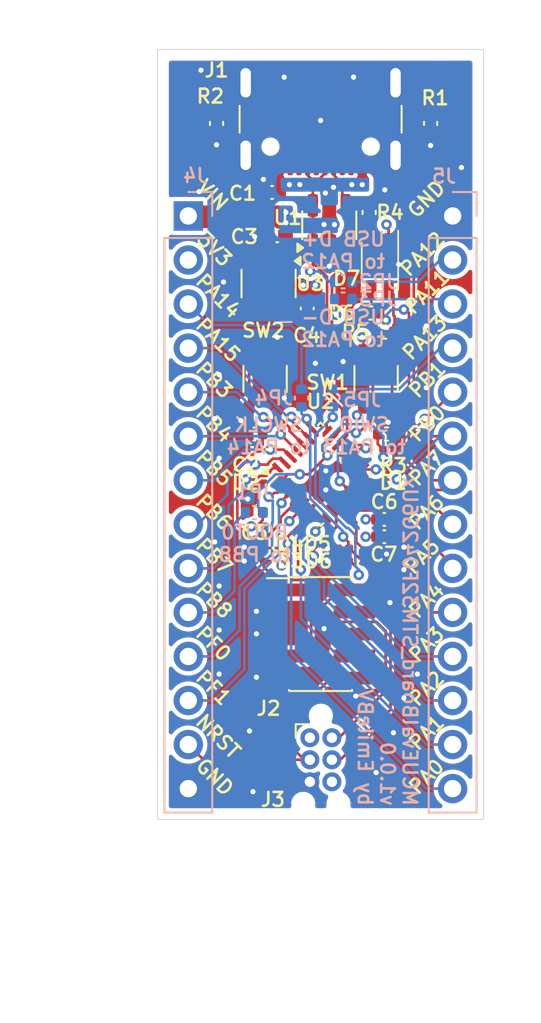
<source format=kicad_pcb>
(kicad_pcb (version 20241229) (generator "pcbnew") (generator_version "9.0")
  (layers (0 "F.Cu" signal) (4 "In1.Cu" signal) (6 "In2.Cu" signal) (2 "B.Cu" signal) (13 "F.Paste" user) (15 "B.Paste" user) (5 "F.SilkS" user "F.Silkscreen") (7 "B.SilkS" user "B.Silkscreen") (1 "F.Mask" user) (3 "B.Mask" user) (25 "Edge.Cuts" user))
  (net 0 "")
  (net 3 "Net-(J1-CC1)")
  (net 4 "Net-(J1-CC2)")
  (net 5 "/mcu/NRST")
  (net 6 "/mcu/BOOT0")
  (net 12 "/mcu/SWCLK")
  (net 13 "/mcu/SWDIO")
  (net 14 "Net-(D7-RK)")
  (net 15 "Net-(D7-BK)")
  (net 16 "Net-(D7-GK)")
  (net 17 "/mcu/PB0")
  (net 18 "/mcu/PA6")
  (net 19 "/mcu/PA7")
  (net 20 "VIN")
  (net 21 "GND")
  (net 22 "+3V3")
  (net 23 "/mcu/USB_DM")
  (net 24 "/mcu/USB_DP")
  (net 25 "/mcu/PB5")
  (net 26 "/mcu/PA14")
  (net 27 "/mcu/PB7")
  (net 28 "/mcu/PB6")
  (net 29 "/mcu/PF0")
  (net 30 "/mcu/PF1")
  (net 31 "/mcu/PB4")
  (net 32 "/mcu/PB3")
  (net 33 "/mcu/PA15")
  (net 34 "/mcu/PB8")
  (net 35 "/mcu/PB1")
  (net 36 "/mcu/PA4")
  (net 37 "/mcu/PA13")
  (net 38 "/mcu/PA3")
  (net 39 "/mcu/PA5")
  (net 40 "/mcu/PA0")
  (net 41 "/mcu/PA2")
  (net 42 "/mcu/PA1")
  (net 43 "/mcu/PA12")
  (net 44 "/mcu/PA11")
  (footprint "footprints:R_0402_1005Metric" (layer "F.Cu") (at 161.31 100.695)
    (property "Reference" "R5")
    (property "Value" "10")
  )
  (footprint "footprints:C_0402_1005Metric" (layer "F.Cu") (at 154.81 92.645 180)
    (property "Reference" "C1")
    (property "Value" "100pF")
  )
  (footprint "footprints:C_0402_1005Metric" (layer "F.Cu") (at 153.792 106.572 180)
    (property "Reference" "C2")
    (property "Value" "100nF")
  )
  (footprint "footprints:R_0402_1005Metric" (layer "F.Cu") (at 163.952 88.665 -90)
    (property "Reference" "R1")
    (property "Value" "5K1")
  )
  (footprint "Package_DFN_QFN:QFN-28_4x4mm_P0.5mm" (layer "F.Cu") (at 157.61 108.895 45)
    (property "Reference" "U2")
    (property "Value" "STM32F042G6Ux")
  )
  (footprint "footprints:R_0402_1005Metric" (layer "F.Cu") (at 160.41 93.795 -90)
    (property "Reference" "R4")
    (property "Value" "130")
  )
  (footprint "Diode_SMD:D_0201_0603Metric" (layer "F.Cu") (at 154.015 113.145 180)
    (property "Reference" "D4")
    (property "Value" "ESDALC6V1-1U2")
  )
  (footprint "footprints:R_0402_1005Metric" (layer "F.Cu") (at 161.412 106.572 180)
    (property "Reference" "R3")
    (property "Value" "5K1")
  )
  (footprint "Fiducial:Fiducial_0.5mm_Mask1mm" (layer "F.Cu") (at 164.46 85.49)
    (property "Reference" "FID2" (hide yes))
    (property "Value" "Fiducial")
  )
  (footprint "footprints:C_0402_1005Metric" (layer "F.Cu") (at 155.11 95.145 180)
    (property "Reference" "C3")
    (property "Value" "1uF")
  )
  (footprint "Package_TO_SOT_SMD:TSOT-23-5" (layer "F.Cu") (at 154.61 97.895 -90)
    (property "Reference" "U3")
    (property "Value" "DS8562-33S5")
  )
  (footprint "Diode_SMD:D_0201_0603Metric" (layer "F.Cu") (at 161.539 107.461)
    (property "Reference" "D1")
    (property "Value" "ESDALC6V1-1U2")
  )
  (footprint "Inductor_SMD:L_CommonMode_Wurth_WE-CNSW-1206" (layer "F.Cu") (at 161.031 96.895 -90)
    (property "Reference" "D7")
    (property "Value" "TJ-S3216SW7TCGLCCYRGB-A5")
  )
  (footprint "Diode_SMD:D_0201_0603Metric" (layer "F.Cu") (at 154.015 113.895 180)
    (property "Reference" "D3")
    (property "Value" "ESDALC6V1-1U2")
  )
  (footprint "footprints:C_0402_1005Metric" (layer "F.Cu") (at 161.285 112.495)
    (property "Reference" "C7")
    (property "Value" "100nF")
  )
  (footprint "footprints:Tag-Connect_TC2030-IDC-NL_2x03_P1.27mm_Vertical_TH" (layer "F.Cu") (at 157.626 125.355 -90)
    (property "Reference" "J3")
    (property "Value" "Conn_ARM_SWD_TagConnect_TC2030-NL")
  )
  (footprint "Package_TO_SOT_SMD:SOT-23-6" (layer "F.Cu") (at 158.11 94.5325 90)
    (property "Reference" "U1")
    (property "Value" "USBLC6-2SC6")
  )
  (footprint "footprints:USB_C_Receptacle_GCT_USB4105-xx-A_16P_TopMnt_Horizontal" (layer "F.Cu") (at 157.61 87.395 180)
    (property "Reference" "J1")
    (property "Value" "USB-TYPE-C-018")
  )
  (footprint "footprints:C_0402_1005Metric" (layer "F.Cu") (at 161.285 111.495)
    (property "Reference" "C6")
    (property "Value" "4.7uF")
  )
  (footprint "Diode_SMD:D_0201_0603Metric" (layer "F.Cu") (at 153.665 107.461 180)
    (property "Reference" "D2")
    (property "Value" "ESDALC6V1-1U2")
  )
  (footprint "footprints:C_0402_1005Metric" (layer "F.Cu") (at 153.792 111.095 180)
    (property "Reference" "C5")
    (property "Value" "100nF")
  )
  (footprint "Fiducial:Fiducial_0.5mm_Mask1mm" (layer "F.Cu") (at 150.91 90.595)
    (property "Reference" "FID3" (hide yes))
    (property "Value" "Fiducial")
  )
  (footprint "footprints:GT-TS171E-H014-L1" (layer "F.Cu") (at 160.81 103.395 90)
    (property "Reference" "SW1")
    (property "Value" "GT-TS171E-H014-L1")
  )
  (footprint "footprints:R_0402_1005Metric" (layer "F.Cu") (at 160.51 99.595 180)
    (property "Reference" "R6")
    (property "Value" "10")
  )
  (footprint "footprints:R_0402_1005Metric" (layer "F.Cu") (at 151.61 88.665 -90)
    (property "Reference" "R2")
    (property "Value" "5K1")
  )
  (footprint "Fiducial:Fiducial_0.5mm_Mask1mm" (layer "F.Cu") (at 161.031 127.908)
    (property "Reference" "FID1" (hide yes))
    (property "Value" "Fiducial")
  )
  (footprint "footprints:C_0402_1005Metric" (layer "F.Cu") (at 156.84 99.333 -90)
    (property "Reference" "C4")
    (property "Value" "1uF")
  )
  (footprint "Diode_SMD:D_0201_0603Metric" (layer "F.Cu") (at 158.93 113.895 180)
    (property "Reference" "D6")
    (property "Value" "ESDALC6V1-1U2")
  )
  (footprint "Diode_SMD:D_0201_0603Metric" (layer "F.Cu") (at 158.93 113.145 180)
    (property "Reference" "D5")
    (property "Value" "ESDALC6V1-1U2")
  )
  (footprint "Connector_PinHeader_1.27mm:PinHeader_2x05_P1.27mm_Vertical_SMD" (layer "F.Cu") (at 157.61 118.105)
    (property "Reference" "J2")
    (property "Value" "FTSH-105-01-L-DV-K-TR")
  )
  (footprint "footprints:GT-TS171E-H014-L1" (layer "F.Cu") (at 154.41 103.395 -90)
    (property "Reference" "SW2")
    (property "Value" "GT-TS171E-H014-L1")
  )
  (footprint "footprints:R_0402_1005Metric" (layer "B.Cu") (at 158.91 98.795)
    (property "Reference" "JP3")
    (property "Value" "SolderJumper_2_Open")
  )
  (footprint "footprints:R_0402_1005Metric" (layer "B.Cu") (at 158.31 104.495 90)
    (property "Reference" "JP5")
    (property "Value" "SolderJumper_2_Open")
  )
  (footprint "footprints:R_0402_1005Metric" (layer "B.Cu") (at 158.91 97.795)
    (property "Reference" "JP2")
    (property "Value" "SolderJumper_2_Open")
  )
  (footprint "footprints:R_0402_1005Metric" (layer "B.Cu") (at 153.792 111.095 180)
    (property "Reference" "JP1")
    (property "Value" "SolderJumper_2_Open")
  )
  (footprint "footprints:R_0402_1005Metric" (layer "B.Cu") (at 156.51 104.495 90)
    (property "Reference" "JP4")
    (property "Value" "SolderJumper_2_Open")
  )
  (footprint "Connector_PinHeader_2.54mm:PinHeader_1x14_P2.54mm_Vertical" (layer "B.Cu") (at 165.222 93.999 180)
    (property "Reference" "J5")
    (property "Value" "2541WV-14P")
  )
  (footprint "Connector_PinHeader_2.54mm:PinHeader_1x14_P2.54mm_Vertical" (layer "B.Cu") (at 149.982 93.999 180)
    (property "Reference" "J4")
    (property "Value" "2541WV-14P")
  )
  (gr_rect (start 148.21 84.395) (end 167.01 128.795) (stroke (width 0.05)) (fill no) (layer "Edge.Cuts"))
  (gr_text "PA11" (at 162.936 99.841 45) (layer "F.SilkS") (effects (font (size 0.8 0.8) (thickness 0.15) (bold yes)) (justify left bottom)))
  (gr_text "VIN" (at 150.31 92.395 315) (layer "F.SilkS") (effects (font (size 0.8 0.8) (thickness 0.15) (bold yes)) (justify left bottom)))
  (gr_text "PB6" (at 150.236 110.509 315) (layer "F.SilkS") (effects (font (size 0.8 0.8) (thickness 0.15) (bold yes)) (justify left bottom)))
  (gr_text "PA2" (at 163.19 122.447 45) (layer "F.SilkS") (effects (font (size 0.8 0.8) (thickness 0.15) (bold yes)) (justify left bottom)))
  (gr_text "PA0" (at 163.19 127.527 45) (layer "F.SilkS") (effects (font (size 0.8 0.8) (thickness 0.15) (bold yes)) (justify left bottom)))
  (gr_text "GND" (at 163.11 94.295 45) (layer "F.SilkS") (effects (font (size 0.8 0.8) (thickness 0.15) (bold yes)) (justify left bottom)))
  (gr_text "PB4" (at 150.236 105.429 315) (layer "F.SilkS") (effects (font (size 0.8 0.8) (thickness 0.15) (bold yes)) (justify left bottom)))
  (gr_text "PA7" (at 163.19 109.747 45) (layer "F.SilkS") (effects (font (size 0.8 0.8) (thickness 0.15) (bold yes)) (justify left bottom)))
  (gr_text "PB8" (at 150.236 115.589 315) (layer "F.SilkS") (effects (font (size 0.8 0.8) (thickness 0.15) (bold yes)) (justify left bottom)))
  (gr_text "PB5" (at 150.236 107.969 315) (layer "F.SilkS") (effects (font (size 0.8 0.8) (thickness 0.15) (bold yes)) (justify left bottom)))
  (gr_text "PA15" (at 150.236 100.349 315) (layer "F.SilkS") (effects (font (size 0.8 0.8) (thickness 0.15) (bold yes)) (justify left bottom)))
  (gr_text "GND" (at 150.236 125.749 315) (layer "F.SilkS") (effects (font (size 0.8 0.8) (thickness 0.15) (bold yes)) (justify left bottom)))
  (gr_text "PA1" (at 163.19 124.987 45) (layer "F.SilkS") (effects (font (size 0.8 0.8) (thickness 0.15) (bold yes)) (justify left bottom)))
  (gr_text "PA5" (at 162.936 114.827 45) (layer "F.SilkS") (effects (font (size 0.8 0.8) (thickness 0.15) (bold yes)) (justify left bottom)))
  (gr_text "PA4" (at 163.19 117.367 45) (layer "F.SilkS") (effects (font (size 0.8 0.8) (thickness 0.15) (bold yes)) (justify left bottom)))
  (gr_text "PB0" (at 163.19 107.207 45) (layer "F.SilkS") (effects (font (size 0.8 0.8) (thickness 0.15) (bold yes)) (justify left bottom)))
  (gr_text "PB3" (at 150.236 102.889 315) (layer "F.SilkS") (effects (font (size 0.8 0.8) (thickness 0.15) (bold yes)) (justify left bottom)))
  (gr_text "PA6" (at 163.19 112.287 45) (layer "F.SilkS") (effects (font (size 0.8 0.8) (thickness 0.15) (bold yes)) (justify left bottom)))
  (gr_text "PF0" (at 150.236 118.129 315) (layer "F.SilkS") (effects (font (size 0.8 0.8) (thickness 0.15) (bold yes)) (justify left bottom)))
  (gr_text "PA13" (at 162.811041 102.483495 45) (layer "F.SilkS") (effects (font (size 0.8 0.8) (thickness 0.15) (bold yes)) (justify left bottom)))
  (gr_text "NRST" (at 150.236 123.209 315) (layer "F.SilkS") (effects (font (size 0.8 0.8) (thickness 0.15) (bold yes)) (justify left bottom)))
  (gr_text "PB7" (at 150.236 113.049 315) (layer "F.SilkS") (effects (font (size 0.8 0.8) (thickness 0.15) (bold yes)) (justify left bottom)))
  (gr_text "PA12" (at 162.682 97.662511 45) (layer "F.SilkS") (effects (font (size 0.8 0.8) (thickness 0.15) (bold yes)) (justify left bottom)))
  (gr_text "PB1" (at 163.19 104.667 45) (layer "F.SilkS") (effects (font (size 0.8 0.8) (thickness 0.15) (bold yes)) (justify left bottom)))
  (gr_text "PF1" (at 150.236 120.669 315) (layer "F.SilkS") (effects (font (size 0.8 0.8) (thickness 0.15) (bold yes)) (justify left bottom)))
  (gr_text "PA14" (at 150.236 97.809 315) (layer "F.SilkS") (effects (font (size 0.8 0.8) (thickness 0.15) (bold yes)) (justify left bottom)))
  (gr_text "PA3" (at 163.19 119.907 45) (layer "F.SilkS") (effects (font (size 0.8 0.8) (thickness 0.15) (bold yes)) (justify left bottom)))
  (gr_text "3V3" (at 150.31 95.395 315) (layer "F.SilkS") (effects (font (size 0.8 0.8) (thickness 0.15) (bold yes)) (justify left bottom)))
  (gr_text "SWCLK\nto PA14" (at 154.61 107.795 0) (layer "B.SilkS") (effects (font (size 0.8 0.8) (thickness 0.15) (bold yes)) (justify bottom mirror)))
  (gr_text "USB D+\nto PA12" (at 158.91 97.095 0) (layer "B.SilkS") (effects (font (size 0.8 0.8) (thickness 0.15) (bold yes)) (justify bottom mirror)))
  (gr_text "SWIO\nto PA13" (at 160.11 107.795 0) (layer "B.SilkS") (effects (font (size 0.8 0.8) (thickness 0.15) (bold yes)) (justify bottom mirror)))
  (gr_text "BOOT0\nto PB8" (at 153.81 113.995 0) (layer "B.SilkS") (effects (font (size 0.8 0.8) (thickness 0.15) (bold yes)) (justify bottom mirror)))
  (gr_text "USB D-\nto PA12" (at 158.91 101.595 0) (layer "B.SilkS") (effects (font (size 0.8 0.8) (thickness 0.15) (bold yes)) (justify bottom mirror)))
  (gr_text "MCUEvalBoard_STM32F042G6Ux\nv1.0.0\nby EmileBV" (at 159.71 128.095 270) (layer "B.SilkS") (effects (font (size 0.8 0.8) (thickness 0.15) (bold yes)) (justify left bottom mirror)))
  (segment (start 158.86 91.075) (end 158.86 89.645) (width 0.1524) (layer "F.Cu") (net 3))
  (segment (start 160.35 88.155) (end 163.952 88.155) (width 0.1524) (layer "F.Cu") (net 3))
  (segment (start 158.86 89.645) (end 160.35 88.155) (width 0.1524) (layer "F.Cu") (net 3))
  (segment (start 154.37 88.155) (end 151.61 88.155) (width 0.1524) (layer "F.Cu") (net 4))
  (segment (start 155.86 91.075) (end 155.86 89.645) (width 0.1524) (layer "F.Cu") (net 4))
  (segment (start 155.86 89.645) (end 154.37 88.155) (width 0.1524) (layer "F.Cu") (net 4))
  (segment (start 156.991 125.355) (end 150.858 125.355) (width 0.1524) (layer "F.Cu") (net 5))
  (segment (start 153.735682 112.7408) (end 154.130799 112.7408) (width 0.1524) (layer "F.Cu") (net 5))
  (segment (start 153.985 107.482562) (end 152.809 108.658562) (width 0.1524) (layer "F.Cu") (net 5))
  (segment (start 155.91 113.895) (end 155.16 113.145) (width 0.1524) (layer "F.Cu") (net 5))
  (segment (start 155.91 110.774882) (end 155.91 110.595) (width 0.1524) (layer "F.Cu") (net 5))
  (segment (start 154.130799 112.7408) (end 154.335 112.945001) (width 0.1524) (layer "F.Cu") (net 5))
  (segment (start 154.335 112.67) (end 155.3008 111.7042) (width 0.1524) (layer "F.Cu") (net 5))
  (segment (start 155.91 114.895) (end 155.91 113.895) (width 0.1524) (layer "F.Cu") (net 5))
  (segment (start 155.3008 111.384082) (end 155.91 110.774882) (width 0.1524) (layer "F.Cu") (net 5))
  (segment (start 154.272 107.174) (end 153.985 107.461) (width 0.1524) (layer "F.Cu") (net 5))
  (segment (start 155.16 113.145) (end 154.335 113.145) (width 0.1524) (layer "F.Cu") (net 5))
  (segment (start 153.489062 101.795) (end 153.489062 105.03125) (width 0.1524) (layer "F.Cu") (net 5))
  (segment (start 156.0058 114.9908) (end 155.91 114.895) (width 0.1524) (layer "F.Cu") (net 5))
  (segment (start 155.91 110.595) (end 156.239981 110.265019) (width 0.1524) (layer "F.Cu") (net 5))
  (segment (start 153.985 107.461) (end 153.985 107.482562) (width 0.1524) (layer "F.Cu") (net 5))
  (segment (start 159.56 120.645) (end 158.8516 120.645) (width 0.1524) (layer "F.Cu") (net 5))
  (segment (start 153.61 105.152188) (end 153.61 105.91) (width 0.1524) (layer "F.Cu") (net 5))
  (segment (start 158.2076 120.645) (end 159.56 120.645) (width 0.1524) (layer "F.Cu") (net 5))
  (segment (start 150.858 125.355) (end 149.982 124.479) (width 0.1524) (layer "F.Cu") (net 5))
  (segment (start 153.489062 105.03125) (end 153.61 105.152188) (width 0.1524) (layer "F.Cu") (net 5))
  (segment (start 156.67 125.355) (end 156.11 124.795) (width 0.1524) (layer "F.Cu") (net 5))
  (segment (start 157.0642 114.9908) (end 156.0058 114.9908) (width 0.1524) (layer "F.Cu") (net 5))
  (segment (start 154.272 106.572) (end 154.272 107.174) (width 0.1524) (layer "F.Cu") (net 5))
  (segment (start 152.809 111.814118) (end 153.735682 112.7408) (width 0.1524) (layer "F.Cu") (net 5))
  (segment (start 157.0642 118.8576) (end 157.0642 114.9908) (width 0.1524) (layer "F.Cu") (net 5))
  (segment (start 154.335 113.145) (end 154.335 112.67) (width 0.1524) (layer "F.Cu") (net 5))
  (segment (start 154.335 112.945001) (end 154.335 113.145) (width 0.1524) (layer "F.Cu") (net 5))
  (segment (start 158.8516 120.645) (end 157.0642 118.8576) (width 0.1524) (layer "F.Cu") (net 5))
  (segment (start 156.991 125.355) (end 156.67 125.355) (width 0.1524) (layer "F.Cu") (net 5))
  (segment (start 156.11 122.7426) (end 158.2076 120.645) (width 0.1524) (layer "F.Cu") (net 5))
  (segment (start 153.61 105.91) (end 154.272 106.572) (width 0.1524) (layer "F.Cu") (net 5))
  (segment (start 152.809 108.658562) (end 152.809 111.814118) (width 0.1524) (layer "F.Cu") (net 5))
  (segment (start 156.11 124.795) (end 156.11 122.7426) (width 0.1524) (layer "F.Cu") (net 5))
  (segment (start 155.3008 111.7042) (end 155.3008 111.384082) (width 0.1524) (layer "F.Cu") (net 5))
  (segment (start 161.41 104.995) (end 160.902 105.503) (width 0.1524) (layer "F.Cu") (net 6))
  (segment (start 161.224646 107.466646) (end 161.219 107.461) (width 0.1524) (layer "F.Cu") (net 6))
  (segment (start 161.730938 104.995) (end 161.41 104.995) (width 0.1524) (layer "F.Cu") (net 6))
  (segment (start 161.730938 101.75875) (end 161.730938 104.995) (width 0.1524) (layer "F.Cu") (net 6))
  (segment (start 157.998423 107.808964) (end 157.784459 107.595) (width 0.1524) (layer "F.Cu") (net 6))
  (segment (start 155.136894 109.246786) (end 155.378443 109.246786) (width 0.1524) (layer "F.Cu") (net 6))
  (segment (start 160.902 106.572) (end 160.902 107.144) (width 0.1524) (layer "F.Cu") (net 6))
  (segment (start 157.998423 107.808964) (end 156.912387 108.895) (width 0.1524) (layer "F.Cu") (net 6))
  (segment (start 160.902 107.144) (end 161.219 107.461) (width 0.1524) (layer "F.Cu") (net 6))
  (segment (start 155.378443 109.246786) (end 155.730229 108.895) (width 0.1524) (layer "F.Cu") (net 6))
  (segment (start 160.902 105.503) (end 160.902 106.572) (width 0.1524) (layer "F.Cu") (net 6))
  (segment (start 156.912387 108.895) (end 156.41 108.895) (width 0.1524) (layer "F.Cu") (net 6))
  (segment (start 155.730229 108.895) (end 156.41 108.895) (width 0.1524) (layer "F.Cu") (net 6))
  (segment (start 161.224646 107.909642) (end 161.224646 107.466646) (width 0.1524) (layer "F.Cu") (net 6))
  (via (at 157.998423 107.808964) (size 0.61) (drill 0.3) (layers "F.Cu" "B.Cu") (net 6))
  (via (at 156.41 108.895) (size 0.61) (drill 0.3) (layers "F.Cu" "B.Cu") (net 6))
  (via (at 161.224646 107.909642) (size 0.61) (drill 0.3) (layers "F.Cu" "B.Cu") (net 6))
  (segment (start 161.224646 106.709646) (end 160.5192 106.0042) (width 0.1524) (layer "B.Cu") (net 6))
  (segment (start 157.71 107.207008) (end 157.71 107.520541) (width 0.1524) (layer "B.Cu") (net 6))
  (segment (start 155.01 108.895) (end 154.01 109.895) (width 0.1524) (layer "B.Cu") (net 6))
  (segment (start 157.71 107.520541) (end 157.998423 107.808964) (width 0.1524) (layer "B.Cu") (net 6))
  (segment (start 158.912808 106.0042) (end 157.71 107.207008) (width 0.1524) (layer "B.Cu") (net 6))
  (segment (start 161.224646 107.909642) (end 161.224646 106.709646) (width 0.1524) (layer "B.Cu") (net 6))
  (segment (start 154.01 109.895) (end 154.01 110.803) (width 0.1524) (layer "B.Cu") (net 6))
  (segment (start 154.01 110.803) (end 154.302 111.095) (width 0.1524) (layer "B.Cu") (net 6))
  (segment (start 160.5192 106.0042) (end 158.912808 106.0042) (width 0.1524) (layer "B.Cu") (net 6))
  (segment (start 156.41 108.895) (end 155.01 108.895) (width 0.1524) (layer "B.Cu") (net 6))
  (segment (start 160.9642 116.1392) (end 160.9642 114.8592) (width 0.1524) (layer "F.Cu") (net 12))
  (segment (start 156.81 105.695) (end 156.81 105.995) (width 0.1524) (layer "F.Cu") (net 12))
  (segment (start 156.81 105.995) (end 157.236894 106.421894) (width 0.1524) (layer "F.Cu") (net 12))
  (segment (start 161.6404 117.563) (end 160.9124 116.835) (width 0.1524) (layer "F.Cu") (net 12))
  (segment (start 158.91 112.495) (end 159.21 112.795) (width 0.1524) (layer "F.Cu") (net 12))
  (segment (start 161.6404 122.4646) (end 161.6404 117.563) (width 0.1524) (layer "F.Cu") (net 12))
  (segment (start 160.9124 116.835) (end 159.56 116.835) (width 0.1524) (layer "F.Cu") (net 12))
  (segment (start 159.56 116.835) (end 160.2684 116.835) (width 0.1524) (layer "F.Cu") (net 12))
  (segment (start 159.21 113.105) (end 159.25 113.145) (width 0.1524) (layer "F.Cu") (net 12))
  (segment (start 158.261 125.355) (end 158.75 125.355) (width 0.1524) (layer "F.Cu") (net 12))
  (segment (start 159.21 112.795) (end 159.21 113.105) (width 0.1524) (layer "F.Cu") (net 12))
  (segment (start 157.236894 106.421894) (end 157.258214 106.421894) (width 0.1524) (layer "F.Cu") (net 12))
  (segment (start 160.2684 116.835) (end 160.9642 116.1392) (width 0.1524) (layer "F.Cu") (net 12))
  (segment (start 160.9642 114.8592) (end 159.25 113.145) (width 0.1524) (layer "F.Cu") (net 12))
  (segment (start 158.75 125.355) (end 161.6404 122.4646) (width 0.1524) (layer "F.Cu") (net 12))
  (via (at 156.81 105.695) (size 0.61) (drill 0.3) (layers "F.Cu" "B.Cu") (net 12))
  (via (at 158.91 112.495) (size 0.61) (drill 0.3) (layers "F.Cu" "B.Cu") (net 12))
  (segment (start 156.81 105.695) (end 156.51 105.395) (width 0.1524) (layer "B.Cu") (net 12))
  (segment (start 158.91 112.195) (end 158.91 112.495) (width 0.1524) (layer "B.Cu") (net 12))
  (segment (start 156.81 105.695) (end 157.01 105.895) (width 0.1524) (layer "B.Cu") (net 12))
  (segment (start 156.51 105.395) (end 156.51 105.005) (width 0.1524) (layer "B.Cu") (net 12))
  (segment (start 157.01 105.895) (end 157.01 110.295) (width 0.1524) (layer "B.Cu") (net 12))
  (segment (start 157.01 110.295) (end 158.91 112.195) (width 0.1524) (layer "B.Cu") (net 12))
  (segment (start 159.21 115.215) (end 159.21 113.935) (width 0.1524) (layer "F.Cu") (net 13))
  (segment (start 159.81 114.395) (end 159.31 113.895) (width 0.1524) (layer "F.Cu") (net 13))
  (segment (start 157.961786 106.421894) (end 157.961786 105.943214) (width 0.1524) (layer "F.Cu") (net 13))
  (segment (start 158.261 124.085) (end 158.67 124.085) (width 0.1524) (layer "F.Cu") (net 13))
  (segment (start 159.31 113.895) (end 159.25 113.895) (width 0.1524) (layer "F.Cu") (net 13))
  (segment (start 160.8426 117.4092) (end 158.1558 117.4092) (width 0.1524) (layer "F.Cu") (net 13))
  (segment (start 158.67 124.085) (end 161.36 121.395) (width 0.1524) (layer "F.Cu") (net 13))
  (segment (start 159.81 114.695) (end 159.81 114.395) (width 0.1524) (layer "F.Cu") (net 13))
  (segment (start 159.56 115.565) (end 159.21 115.215) (width 0.1524) (layer "F.Cu") (net 13))
  (segment (start 158.1558 117.4092) (end 157.86 117.1134) (width 0.1524) (layer "F.Cu") (net 13))
  (segment (start 161.36 121.395) (end 161.36 117.9266) (width 0.1524) (layer "F.Cu") (net 13))
  (segment (start 161.36 117.9266) (end 160.8426 117.4092) (width 0.1524) (layer "F.Cu") (net 13))
  (segment (start 157.86 116.395) (end 158.69 115.565) (width 0.1524) (layer "F.Cu") (net 13))
  (segment (start 159.21 113.935) (end 159.25 113.895) (width 0.1524) (layer "F.Cu") (net 13))
  (segment (start 157.961786 105.943214) (end 158.31 105.595) (width 0.1524) (layer "F.Cu") (net 13))
  (segment (start 158.69 115.565) (end 159.56 115.565) (width 0.1524) (layer "F.Cu") (net 13))
  (segment (start 157.86 117.1134) (end 157.86 116.395) (width 0.1524) (layer "F.Cu") (net 13))
  (via (at 159.81 114.695) (size 0.61) (drill 0.3) (layers "F.Cu" "B.Cu") (net 13))
  (via (at 158.31 105.595) (size 0.61) (drill 0.3) (layers "F.Cu" "B.Cu") (net 13))
  (segment (start 159.61 112.395) (end 159.2008 111.9858) (width 0.1524) (layer "B.Cu") (net 13))
  (segment (start 157.31 106.595) (end 158.31 105.595) (width 0.1524) (layer "B.Cu") (net 13))
  (segment (start 159.1008 111.9858) (end 157.31 110.195) (width 0.1524) (layer "B.Cu") (net 13))
  (segment (start 157.31 110.195) (end 157.31 106.595) (width 0.1524) (layer "B.Cu") (net 13))
  (segment (start 158.31 105.595) (end 158.31 105.005) (width 0.1524) (layer "B.Cu") (net 13))
  (segment (start 159.81 114.395) (end 159.61 114.195) (width 0.1524) (layer "B.Cu") (net 13))
  (segment (start 159.81 114.695) (end 159.81 114.395) (width 0.1524) (layer "B.Cu") (net 13))
  (segment (start 159.61 114.195) (end 159.61 112.395) (width 0.1524) (layer "B.Cu") (net 13))
  (segment (start 159.2008 111.9858) (end 159.1008 111.9858) (width 0.1524) (layer "B.Cu") (net 13))
  (segment (start 160.531 94.426) (end 160.41 94.305) (width 0.1524) (layer "F.Cu") (net 14))
  (segment (start 160.531 95.545) (end 160.531 94.426) (width 0.1524) (layer "F.Cu") (net 14))
  (segment (start 160.531 98.245) (end 160.531 99.064) (width 0.1524) (layer "F.Cu") (net 15))
  (segment (start 160.531 99.064) (end 160 99.595) (width 0.1524) (layer "F.Cu") (net 15))
  (segment (start 161.81 100.288361) (end 161.81 100.685) (width 0.1524) (layer "F.Cu") (net 16))
  (segment (start 161.81 100.685) (end 161.82 100.695) (width 0.1524) (layer "F.Cu") (net 16))
  (segment (start 161.81 99.726673) (end 161.879926 99.796599) (width 0.1524) (layer "F.Cu") (net 16))
  (segment (start 161.81 98.524) (end 161.81 99.726673) (width 0.1524) (layer "F.Cu") (net 16))
  (segment (start 161.879926 99.796599) (end 161.879926 100.218435) (width 0.1524) (layer "F.Cu") (net 16))
  (segment (start 161.879926 100.218435) (end 161.81 100.288361) (width 0.1524) (layer "F.Cu") (net 16))
  (segment (start 161.531 98.245) (end 161.81 98.524) (width 0.1524) (layer "F.Cu") (net 16))
  (segment (start 162.005 109.19) (end 161.115 109.19) (width 0.1524) (layer "F.Cu") (net 17))
  (segment (start 160.41 93.285) (end 161.047993 93.285) (width 0.1524) (layer "F.Cu") (net 17))
  (segment (start 163.724 106.699) (end 165.222 106.699) (width 0.1524) (layer "F.Cu") (net 17))
  (segment (start 161.058214 109.246786) (end 160.083106 109.246786) (width 0.1524) (layer "F.Cu") (net 17))
  (segment (start 161.047993 93.285) (end 162.9828 95.219807) (width 0.1524) (layer "F.Cu") (net 17))
  (segment (start 161.115 109.19) (end 161.058214 109.246786) (width 0.1524) (layer "F.Cu") (net 17))
  (segment (start 162.9828 95.219807) (end 162.9828 105.9578) (width 0.1524) (layer "F.Cu") (net 17))
  (segment (start 162.9828 105.9578) (end 163.724 106.699) (width 0.1524) (layer "F.Cu") (net 17))
  (via (at 162.005 109.19) (size 0.61) (drill 0.3) (layers "F.Cu" "B.Cu") (net 17))
  (segment (start 164.496 106.699) (end 165.222 106.699) (width 0.1524) (layer "B.Cu") (net 17))
  (segment (start 162.005 109.19) (end 164.496 106.699) (width 0.1524) (layer "B.Cu") (net 17))
  (segment (start 159.7926 106.5124) (end 160.6216 105.6834) (width 0.1524) (layer "F.Cu") (net 18))
  (segment (start 159.333573 109.911466) (end 159.7518 110.329693) (width 0.1524) (layer "F.Cu") (net 18))
  (segment (start 159.6486 106.5124) (end 159.7926 106.5124) (width 0.1524) (layer "F.Cu") (net 18))
  (segment (start 158.713554 109.291446) (end 159.333573 109.911466) (width 0.1524) (layer "F.Cu") (net 18))
  (segment (start 160.6216 105.6834) (end 160.6216 100.8734) (width 0.1524) (layer "F.Cu") (net 18))
  (segment (start 163.772693 110.329693) (end 165.222 111.779) (width 0.1524) (layer "F.Cu") (net 18))
  (segment (start 160.6216 100.8734) (end 160.8 100.695) (width 0.1524) (layer "F.Cu") (net 18))
  (segment (start 159.7518 110.329693) (end 163.772693 110.329693) (width 0.1524) (layer "F.Cu") (net 18))
  (via (at 158.713554 109.291446) (size 0.61) (drill 0.3) (layers "F.Cu" "B.Cu") (net 18))
  (via (at 159.6486 106.5124) (size 0.61) (drill 0.3) (layers "F.Cu" "B.Cu") (net 18))
  (segment (start 158.61 109.187892) (end 158.713554 109.291446) (width 0.1524) (layer "B.Cu") (net 18))
  (segment (start 159.5578 106.5124) (end 159.4822 106.4368) (width 0.1524) (layer "B.Cu") (net 18))
  (segment (start 159.4822 106.4368) (end 159.1682 106.4368) (width 0.1524) (layer "B.Cu") (net 18))
  (segment (start 159.6486 106.5124) (end 159.5578 106.5124) (width 0.1524) (layer "B.Cu") (net 18))
  (segment (start 159.1682 106.4368) (end 158.61 106.995) (width 0.1524) (layer "B.Cu") (net 18))
  (segment (start 158.61 106.995) (end 158.61 109.187892) (width 0.1524) (layer "B.Cu") (net 18))
  (segment (start 161.11 99.595) (end 161.02 99.595) (width 0.1524) (layer "F.Cu") (net 19))
  (segment (start 165.222 109.239) (end 164.663714 109.797286) (width 0.1524) (layer "F.Cu") (net 19))
  (segment (start 163.724 109.239) (end 165.222 109.239) (width 0.1524) (layer "F.Cu") (net 19))
  (segment (start 162.51 99.395) (end 162.7024 99.5874) (width 0.1524) (layer "F.Cu") (net 19))
  (segment (start 161.370726 100.007517) (end 161.370726 99.855726) (width 0.1524) (layer "F.Cu") (net 19))
  (segment (start 162.7024 99.5874) (end 162.7024 108.2174) (width 0.1524) (layer "F.Cu") (net 19))
  (segment (start 164.663714 109.797286) (end 159.926499 109.797286) (width 0.1524) (layer "F.Cu") (net 19))
  (segment (start 162.41 99.395) (end 162.51 99.395) (width 0.1524) (layer "F.Cu") (net 19))
  (segment (start 161.370726 99.855726) (end 161.11 99.595) (width 0.1524) (layer "F.Cu") (net 19))
  (segment (start 162.7024 108.2174) (end 163.724 109.239) (width 0.1524) (layer "F.Cu") (net 19))
  (segment (start 159.926499 109.797286) (end 159.687126 109.557913) (width 0.1524) (layer "F.Cu") (net 19))
  (via (at 162.41 99.395) (size 0.61) (drill 0.3) (layers "F.Cu" "B.Cu") (net 19))
  (via (at 161.370726 100.007517) (size 0.61) (drill 0.3) (layers "F.Cu" "B.Cu") (net 19))
  (segment (start 161.41 99.695) (end 161.41 99.968243) (width 0.1524) (layer "B.Cu") (net 19))
  (segment (start 161.71 99.395) (end 161.41 99.695) (width 0.1524) (layer "B.Cu") (net 19))
  (segment (start 161.41 99.968243) (end 161.370726 100.007517) (width 0.1524) (layer "B.Cu") (net 19))
  (segment (start 162.41 99.395) (end 161.71 99.395) (width 0.1524) (layer "B.Cu") (net 19))
  (segment (start 155.56 96.095001) (end 155.259999 95.795) (width 0.1524) (layer "F.Cu") (net 20))
  (segment (start 153.960001 95.795) (end 153.66 96.095001) (width 0.1524) (layer "F.Cu") (net 20))
  (segment (start 155.56 96.7575) (end 155.56 96.095001) (width 0.1524) (layer "F.Cu") (net 20))
  (segment (start 153.66 96.095001) (end 153.66 96.7575) (width 0.1524) (layer "F.Cu") (net 20))
  (segment (start 155.259999 95.795) (end 153.960001 95.795) (width 0.1524) (layer "F.Cu") (net 20))
  (via (at 156.41 92.195) (size 0.61) (drill 0.3) (layers "F.Cu" "B.Cu") (net 20))
  (via (at 158.41 94.495) (size 0.61) (drill 0.3) (layers "F.Cu" "B.Cu") (net 20))
  (via (at 160.01 92.195) (size 0.61) (drill 0.3) (layers "F.Cu" "B.Cu") (net 20))
  (via (at 159.41 92.195) (size 0.61) (drill 0.3) (layers "F.Cu" "B.Cu") (net 20))
  (via (at 157.885059 92.678833) (size 0.61) (drill 0.3) (layers "F.Cu" "B.Cu") (net 20))
  (via (at 155.61 94.395) (size 0.61) (drill 0.3) (layers "F.Cu" "B.Cu") (net 20))
  (via (at 155.81 92.195) (size 0.61) (drill 0.3) (layers "F.Cu" "B.Cu") (net 20))
  (via (at 155.61 93.795) (size 0.61) (drill 0.3) (layers "F.Cu" "B.Cu") (net 20))
  (via (at 157.81 94.495) (size 0.61) (drill 0.3) (layers "F.Cu" "B.Cu") (net 20))
  (via (at 158.351801 92.344659) (size 0.61) (drill 0.3) (layers "F.Cu" "B.Cu") (net 20))
  (segment (start 159.224213 108.695) (end 159.687126 108.232087) (width 0.1524) (layer "F.Cu") (net 21))
  (segment (start 154.41 91.795) (end 154.41 91.0875) (width 0.1524) (layer "F.Cu") (net 21))
  (segment (start 153.92 118.105) (end 153.91 118.095) (width 0.1524) (layer "F.Cu") (net 21))
  (segment (start 153.95 116.835) (end 153.91 116.795) (width 0.1524) (layer "F.Cu") (net 21))
  (segment (start 154.33 91.915) (end 154.33 92.645) (width 0.1524) (layer "F.Cu") (net 21))
  (segment (start 161.859 107.461) (end 161.859 106.635) (width 0.1524) (layer "F.Cu") (net 21))
  (segment (start 153.406102 110.3176) (end 153.3914 110.3176) (width 0.1524) (layer "F.Cu") (net 21))
  (segment (start 157.91 108.695) (end 159.224213 108.695) (width 0.1524) (layer "F.Cu") (net 21))
  (segment (start 153.695 113.895) (end 153.21 113.895) (width 0.1524) (layer "F.Cu") (net 21))
  (segment (start 155.51 104.495) (end 155.51 104.662187) (width 0.1524) (layer "F.Cu") (net 21))
  (segment (start 155.66 118.105) (end 153.92 118.105) (width 0.1524) (layer "F.Cu") (net 21))
  (segment (start 158.11 95.67) (end 158.11 96.895) (width 0.1524) (layer "F.Cu") (net 21))
  (segment (start 153.312 106.572) (end 153.312 107.428) (width 0.1524) (layer "F.Cu") (net 21))
  (segment (start 153.312 106.097) (end 153.01 105.795) (width 0.1524) (layer "F.Cu") (net 21))
  (segment (start 155.145937 101.795) (end 155.145937 101.030937) (width 0.1524) (layer "F.Cu") (net 21))
  (segment (start 161.922 106.183) (end 161.922 106.572) (width 0.1524) (layer "F.Cu") (net 21))
  (segment (start 151.61 89.175) (end 151.61 89.895) (width 0.1524) (layer "F.Cu") (net 21))
  (segment (start 158.06 113.145) (end 158.61 113.145) (width 0.1524) (layer "F.Cu") (net 21))
  (segment (start 155.51 104.662187) (end 155.140937 105.03125) (width 0.1524) (layer "F.Cu") (net 21))
  (segment (start 161.859 106.635) (end 161.922 106.572) (width 0.1524) (layer "F.Cu") (net 21))
  (segment (start 163.952 89.175) (end 163.952 89.935) (width 0.1524) (layer "F.Cu") (net 21))
  (segment (start 153.26 113.145) (end 153.695 113.145) (width 0.1524) (layer "F.Cu") (net 21))
  (segment (start 153.312 107.428) (end 153.345 107.461) (width 0.1524) (layer "F.Cu") (net 21))
  (segment (start 161.634 105.895) (end 161.922 106.183) (width 0.1524) (layer "F.Cu") (net 21))
  (segment (start 158.61 113.895) (end 158.01 113.895) (width 0.1524) (layer "F.Cu") (net 21))
  (segment (start 153.21 113.095) (end 153.26 113.145) (width 0.1524) (layer "F.Cu") (net 21))
  (segment (start 161.51 105.895) (end 161.634 105.895) (width 0.1524) (layer "F.Cu") (net 21))
  (segment (start 158.01 113.195) (end 158.06 113.145) (width 0.1524) (layer "F.Cu") (net 21))
  (segment (start 154.31 91.895) (end 154.33 91.915) (width 0.1524) (layer "F.Cu") (net 21))
  (segment (start 153.86 95.145) (end 153.81 95.195) (width 0.1524) (layer "F.Cu") (net 21))
  (segment (start 154.61 95.165) (end 154.63 95.145) (width 0.1524) (layer "F.Cu") (net 21))
  (segment (start 153.3914 110.3176) (end 153.312 110.397) (width 0.1524) (layer "F.Cu") (net 21))
  (segment (start 155.145937 101.030937) (end 155.11 100.995) (width 0.1524) (layer "F.Cu") (net 21))
  (segment (start 153.96 120.645) (end 153.91 120.595) (width 0.1524) (layer "F.Cu") (net 21))
  (segment (start 154.63 95.145) (end 153.86 95.145) (width 0.1524) (layer "F.Cu") (net 21))
  (segment (start 154.31 91.895) (end 154.41 91.795) (width 0.1524) (layer "F.Cu") (net 21))
  (segment (start 153.312 110.397) (end 153.312 111.095) (width 0.1524) (layer "F.Cu") (net 21))
  (segment (start 155.66 120.645) (end 153.96 120.645) (width 0.1524) (layer "F.Cu") (net 21))
  (segment (start 155.66 116.835) (end 153.95 116.835) (width 0.1524) (layer "F.Cu") (net 21))
  (segment (start 153.312 106.572) (end 153.312 106.097) (width 0.1524) (layer "F.Cu") (net 21))
  (via (at 157.31 102.495) (size 0.61) (drill 0.3) (layers "F.Cu" "B.Cu") (net 21))
  (via (at 151.506 112.795) (size 0.61) (drill 0.3) (layers "F.Cu" "B.Cu") (net 21))
  (via (at 159.51 85.995) (size 0.61) (drill 0.3) (layers "F.Cu" "B.Cu") (net 21))
  (via (at 151.76 103.143) (size 0.61) (drill 0.3) (layers "F.Cu" "B.Cu") (net 21))
  (via (at 162.41 114.395) (size 0.61) (drill 0.3) (layers "F.Cu" "B.Cu") (net 21))
  (via (at 155.11 100.995) (size 0.61) (drill 0.3) (layers "F.Cu" "B.Cu") (net 21))
  (via (at 153.91 120.595) (size 0.61) (drill 0.3) (layers "F.Cu" "B.Cu") (net 21))
  (via (at 151.76 115.335) (size 0.61) (drill 0.3) (layers "F.Cu" "B.Cu") (net 21))
  (via (at 153.71 127.195) (size 0.61) (drill 0.3) (layers "F.Cu" "B.Cu") (net 21))
  (via (at 159.634 121.685) (size 0.61) (drill 0.3) (layers "F.Cu" "B.Cu") (net 21))
  (via (at 151.61 89.895) (size 0.61) (drill 0.3) (layers "F.Cu" "B.Cu") (net 21))
  (via (at 163.444 111.271) (size 0.61) (drill 0.3) (layers "F.Cu" "B.Cu") (net 21))
  (via (at 153.01 105.795) (size 0.61) (drill 0.3) (layers "F.Cu" "B.Cu") (net 21))
  (via (at 153.91 118.095) (size 0.61) (drill 0.3) (layers "F.Cu" "B.Cu") (net 21))
  (via (at 161.81 123.795) (size 0.61) (drill 0.3) (layers "F.Cu" "B.Cu") (net 21))
  (via (at 162.11 96.795) (size 0.61) (drill 0.3) (layers "F.Cu" "B.Cu") (net 21))
  (via (at 164.206 107.969) (size 0.61) (drill 0.3) (layers "F.Cu" "B.Cu") (net 21))
  (via (at 150.61 92.595) (size 0.61) (drill 0.3) (layers "F.Cu" "B.Cu") (net 21))
  (via (at 153.51 123.695) (size 0.61) (drill 0.3) (layers "F.Cu" "B.Cu") (net 21))
  (via (at 154.31 91.895) (size 0.61) (drill 0.3) (layers "F.Cu" "B.Cu") (net 21))
  (via (at 157.91 109.795) (size 0.61) (drill 0.3) (layers "F.Cu" "B.Cu") (net 21))
  (via (at 151.76 120.415) (size 0.61) (drill 0.3) (layers "F.Cu" "B.Cu") (net 21))
  (via (at 163.698 103.905) (size 0.61) (drill 0.3) (layers "F.Cu" "B.Cu") (net 21))
  (via (at 162.41 121.795) (size 0.61) (drill 0.3) (layers "F.Cu" "B.Cu") (net 21))
  (via (at 153.81 95.195) (size 0.61) (drill 0.3) (layers "F.Cu" "B.Cu") (net 21))
  (via (at 150.71 85.595) (size 0.61) (drill 0.3) (layers "F.Cu" "B.Cu") (net 21))
  (via (at 155.51 104.495) (size 0.61) (drill 0.3) (layers "F.Cu" "B.Cu") (net 21))
  (via (at 161.31 92.495) (size 0.61) (drill 0.3) (layers "F.Cu" "B.Cu") (net 21))
  (via (at 161.41 113.495) (size 0.61) (drill 0.3) (layers "F.Cu" "B.Cu") (net 21))
  (via (at 151.76 117.875) (size 0.61) (drill 0.3) (layers "F.Cu" "B.Cu") (net 21))
  (via (at 155.51 85.995) (size 0.61) (drill 0.3) (layers "F.Cu" "B.Cu") (net 21))
  (via (at 153.406102 110.3176) (size 0.61) (drill 0.3) (layers "F.Cu" "B.Cu") (net 21))
  (via (at 158.01 113.195) (size 0.61) (drill 0.3) (layers "F.Cu" "B.Cu") (net 21))
  (via (at 153.21 113.895) (size 0.61) (drill 0.3) (layers "F.Cu" "B.Cu") (net 21))
  (via (at 163.19 120.415) (size 0.61) (drill 0.3) (layers "F.Cu" "B.Cu") (net 21))
  (via (at 161.61 116.295) (size 0.61) (drill 0.3) (layers "F.Cu" "B.Cu") (net 21))
  (via (at 157.91 108.695) (size 0.61) (drill 0.3) (layers "F.Cu" "B.Cu") (net 21))
  (via (at 151.506 105.683) (size 0.61) (drill 0.3) (layers "F.Cu" "B.Cu") (net 21))
  (via (at 158.91 102.395) (size 0.61) (drill 0.3) (layers "F.Cu" "B.Cu") (net 21))
  (via (at 151.76 107.969) (size 0.61) (drill 0.3) (layers "F.Cu" "B.Cu") (net 21))
  (via (at 162.41 113.095) (size 0.61) (drill 0.3) (layers "F.Cu" "B.Cu") (net 21))
  (via (at 157.61 88.495) (size 0.61) (drill 0.3) (layers "F.Cu" "B.Cu") (net 21))
  (via (at 153.21 113.095) (size 0.61) (drill 0.3) (layers "F.Cu" "B.Cu") (net 21))
  (via (at 158.01 113.895) (size 0.61) (drill 0.3) (layers "F.Cu" "B.Cu") (net 21))
  (via (at 161.51 105.895) (size 0.61) (drill 0.3) (layers "F.Cu" "B.Cu") (net 21))
  (via (at 160.81 126.095) (size 0.61) (drill 0.3) (layers "F.Cu" "B.Cu") (net 21))
  (via (at 158.11 96.895) (size 0.61) (drill 0.3) (layers "F.Cu" "B.Cu") (net 21))
  (via (at 157.81 117.795) (size 0.61) (drill 0.3) (layers "F.Cu" "B.Cu") (net 21))
  (via (at 153.91 116.795) (size 0.61) (drill 0.3) (layers "F.Cu" "B.Cu") (net 21))
  (via (at 163.952 89.935) (size 0.61) (drill 0.3) (layers "F.Cu" "B.Cu") (net 21))
  (via (at 163.698 100.349) (size 0.61) (drill 0.3) (layers "F.Cu" "B.Cu") (net 21))
  (via (at 165.73 91.205) (size 0.61) (drill 0.3) (layers "F.Cu" "B.Cu") (net 21))
  (via (at 152.014 97.809) (size 0.61) (drill 0.3) (layers "F.Cu" "B.Cu") (net 21))
  (segment (start 159.71 105.495) (end 160.074063 105.130937) (width 0.1524) (layer "F.Cu") (net 22))
  (segment (start 153.61 111.895) (end 153.91 111.895) (width 0.1524) (layer "F.Cu") (net 22))
  (segment (start 159.300543 107.204457) (end 158.980019 107.524981) (width 0.1524) (layer "F.Cu") (net 22))
  (segment (start 159.333573 107.871427) (end 159.333573 107.878534) (width 0.1524) (layer "F.Cu") (net 22))
  (segment (start 154.272 111.533) (end 154.272 111.095) (width 0.1524) (layer "F.Cu") (net 22))
  (segment (start 155.66 115.565) (end 154.335 114.24) (width 0.1524) (layer "F.Cu") (net 22))
  (segment (start 158.980019 107.524981) (end 159.062019 107.524981) (width 0.1524) (layer "F.Cu") (net 22))
  (segment (start 160.21 107.395) (end 160.019457 107.204457) (width 0.1524) (layer "F.Cu") (net 22))
  (segment (start 155.81 111.595) (end 156.593534 110.811466) (width 0.1524) (layer "F.Cu") (net 22))
  (segment (start 159.729621 107.592209) (end 159.612791 107.592209) (width 0.1524) (layer "F.Cu") (net 22))
  (segment (start 161.41 94.495) (end 161.41 94.653) (width 0.1524) (layer "F.Cu") (net 22))
  (segment (start 156.593534 110.811466) (end 156.593534 110.618573) (width 0.1524) (layer "F.Cu") (net 22))
  (segment (start 160.079063 101.025937) (end 160.079063 101.75875) (width 0.1524) (layer "F.Cu") (net 22))
  (segment (start 160.805 112.495) (end 160.21 112.495) (width 0.1524) (layer "F.Cu") (net 22))
  (segment (start 160.048126 100.995) (end 160.079063 101.025937) (width 0.1524) (layer "F.Cu") (net 22))
  (segment (start 154.335 113.895) (end 155.11 113.895) (width 0.1524) (layer "F.Cu") (net 22))
  (segment (start 160.019457 107.204457) (end 159.300543 107.204457) (width 0.1524) (layer "F.Cu") (net 22))
  (segment (start 160.01 100.995) (end 160.048126 100.995) (width 0.1524) (layer "F.Cu") (net 22))
  (segment (start 155.11 113.895) (end 155.36 114.145) (width 0.1524) (layer "F.Cu") (net 22))
  (segment (start 156.6605 99.0325) (end 156.84 98.853) (width 0.1524) (layer "F.Cu") (net 22))
  (segment (start 159.612791 107.592209) (end 159.333573 107.871427) (width 0.1524) (layer "F.Cu") (net 22))
  (segment (start 159.92683 107.395) (end 159.729621 107.592209) (width 0.1524) (layer "F.Cu") (net 22))
  (segment (start 160.21 107.395) (end 159.92683 107.395) (width 0.1524) (layer "F.Cu") (net 22))
  (segment (start 153.91 111.895) (end 154.272 111.533) (width 0.1524) (layer "F.Cu") (net 22))
  (segment (start 154.335 114.24) (end 154.335 113.895) (width 0.1524) (layer "F.Cu") (net 22))
  (segment (start 160.805 111.495) (end 160.21 111.495) (width 0.1524) (layer "F.Cu") (net 22))
  (segment (start 160.074063 105.130937) (end 160.074063 104.995) (width 0.1524) (layer "F.Cu") (net 22))
  (segment (start 155.56 99.0325) (end 156.6605 99.0325) (width 0.1524) (layer "F.Cu") (net 22))
  (segment (start 161.41 94.653) (end 161.531 94.774) (width 0.1524) (layer "F.Cu") (net 22))
  (segment (start 161.531 94.774) (end 161.531 95.545) (width 0.1524) (layer "F.Cu") (net 22))
  (via (at 160.21 112.495) (size 0.61) (drill 0.3) (layers "F.Cu" "B.Cu") (net 22))
  (via (at 155.81 111.595) (size 0.61) (drill 0.3) (layers "F.Cu" "B.Cu") (net 22))
  (via (at 160.21 111.495) (size 0.61) (drill 0.3) (layers "F.Cu" "B.Cu") (net 22))
  (via (at 160.01 100.995) (size 0.61) (drill 0.3) (layers "F.Cu" "B.Cu") (net 22))
  (via (at 160.21 107.395) (size 0.61) (drill 0.3) (layers "F.Cu" "B.Cu") (net 22))
  (via (at 159.71 105.495) (size 0.61) (drill 0.3) (layers "F.Cu" "B.Cu") (net 22))
  (via (at 153.61 111.895) (size 0.61) (drill 0.3) (layers "F.Cu" "B.Cu") (net 22))
  (via (at 157.31 97.995) (size 0.61) (drill 0.3) (layers "F.Cu" "B.Cu") (net 22))
  (via (at 161.41 94.495) (size 0.61) (drill 0.3) (layers "F.Cu" "B.Cu") (net 22))
  (via (at 156.61 97.995) (size 0.61) (drill 0.3) (layers "F.Cu" "B.Cu") (net 22))
  (via (at 155.36 114.145) (size 0.61) (drill 0.3) (layers "F.Cu" "B.Cu") (net 22))
  (segment (start 158.2634 99.795) (end 158.31 99.8416) (width 0.1524) (layer "F.Cu") (net 23))
  (segment (start 158.052726 90.2958) (end 158.36 90.603074) (width 0.1524) (layer "F.Cu") (net 23))
  (segment (start 157.36 90.500001) (end 157.564201 90.2958) (width 0.1524) (layer "F.Cu") (net 23))
  (segment (start 158.861001 92.133741) (end 158.861001 93.196001) (width 0.1524) (layer "F.Cu") (net 23))
  (segment (start 159.06 96.732) (end 159.06 95.67) (width 0.1524) (layer "F.Cu") (net 23))
  (segment (start 159.06 93.395) (end 159.06 95.67) (width 0.1524) (layer "F.Cu") (net 23))
  (segment (start 158.626466 107.171427) (end 159.1404 106.657493) (width 0.1524) (layer "F.Cu") (net 23))
  (segment (start 158.86 93.195) (end 159.06 93.395) (width 0.1524) (layer "F.Cu") (net 23))
  (segment (start 158.36 90.603074) (end 158.36 91.075) (width 0.1524) (layer "F.Cu") (net 23))
  (segment (start 158.36 91.075) (end 158.36 91.63274) (width 0.1524) (layer "F.Cu") (net 23))
  (segment (start 159.1404 105.0254) (end 158.2634 104.1484) (width 0.1524) (layer "F.Cu") (net 23))
  (segment (start 158.2634 97.5286) (end 159.06 96.732) (width 0.1524) (layer "F.Cu") (net 23))
  (segment (start 158.31 99.8416) (end 158.3634 99.8416) (width 0.1524) (layer "F.Cu") (net 23))
  (segment (start 158.36 91.63274) (end 158.861001 92.133741) (width 0.1524) (layer "F.Cu") (net 23))
  (segment (start 158.2634 99.795) (end 158.2634 97.5286) (width 0.1524) (layer "F.Cu") (net 23))
  (segment (start 159.1404 106.657493) (end 159.1404 105.0254) (width 0.1524) (layer "F.Cu") (net 23))
  (segment (start 157.36 91.075) (end 157.36 90.500001) (width 0.1524) (layer "F.Cu") (net 23))
  (segment (start 158.861001 93.196001) (end 159.06 93.395) (width 0.1524) (layer "F.Cu") (net 23))
  (segment (start 158.2634 104.1484) (end 158.2634 99.795) (width 0.1524) (layer "F.Cu") (net 23))
  (segment (start 157.564201 90.2958) (end 158.052726 90.2958) (width 0.1524) (layer "F.Cu") (net 23))
  (segment (start 158.3634 99.8416) (end 158.51 99.695) (width 0.1524) (layer "F.Cu") (net 23))
  (via (at 158.51 99.695) (size 0.61) (drill 0.3) (layers "F.Cu" "B.Cu") (net 23))
  (segment (start 158.51 98.905) (end 158.4 98.795) (width 0.1524) (layer "B.Cu") (net 23))
  (segment (start 158.51 99.695) (end 158.51 98.905) (width 0.1524) (layer "B.Cu") (net 23))
  (segment (start 156.86 91.649999) (end 157.16 91.949999) (width 0.1524) (layer "F.Cu") (net 24))
  (segment (start 158.86 106.230787) (end 158.272913 106.817874) (width 0.1524) (layer "F.Cu") (net 24))
  (segment (start 157.16 93.395) (end 157.16 95.67) (width 0.1524) (layer "F.Cu") (net 24))
  (segment (start 157.16 91.949999) (end 157.16 93.395) (width 0.1524) (layer "F.Cu") (net 24))
  (segment (start 157.86 91.546926) (end 157.552726 91.8542) (width 0.1524) (layer "F.Cu") (net 24))
  (segment (start 157.064201 91.8542) (end 156.86 91.649999) (width 0.1524) (layer "F.Cu") (net 24))
  (segment (start 157.16 95.67) (end 157.16 96.695) (width 0.1524) (layer "F.Cu") (net 24))
  (segment (start 156.86 91.075) (end 156.86 91.649999) (width 0.1524) (layer "F.Cu") (net 24))
  (segment (start 158.86 105.145) (end 158.86 106.230787) (width 0.1524) (layer "F.Cu") (net 24))
  (segment (start 157.983 97.518) (end 157.983 104.268) (width 0.1524) (layer "F.Cu") (net 24))
  (segment (start 157.16 95.67) (end 157.16 97.045) (width 0.1524) (layer "F.Cu") (net 24))
  (segment (start 157.16 97.045) (end 157.01 97.195) (width 0.1524) (layer "F.Cu") (net 24))
  (segment (start 157.983 104.268) (end 158.86 105.145) (width 0.1524) (layer "F.Cu") (net 24))
  (segment (start 157.552726 91.8542) (end 157.064201 91.8542) (width 0.1524) (layer "F.Cu") (net 24))
  (segment (start 157.16 96.695) (end 157.983 97.518) (width 0.1524) (layer "F.Cu") (net 24))
  (segment (start 157.86 91.075) (end 157.86 91.546926) (width 0.1524) (layer "F.Cu") (net 24))
  (via (at 157.01 97.195) (size 0.61) (drill 0.3) (layers "F.Cu" "B.Cu") (net 24))
  (segment (start 157.51 97.195) (end 158.11 97.795) (width 0.1524) (layer "B.Cu") (net 24))
  (segment (start 158.11 97.795) (end 158.4 97.795) (width 0.1524) (layer "B.Cu") (net 24))
  (segment (start 157.01 97.195) (end 157.51 97.195) (width 0.1524) (layer "B.Cu") (net 24))
  (segment (start 155.481091 107.473198) (end 155.886427 107.878534) (width 0.1524) (layer "F.Cu") (net 25))
  (segment (start 154.71 107.473198) (end 155.481091 107.473198) (width 0.1524) (layer "F.Cu") (net 25))
  (via (at 154.71 107.473198) (size 0.61) (drill 0.3) (layers "F.Cu" "B.Cu") (net 25))
  (segment (start 154.71 107.473198) (end 153.191802 107.473198) (width 0.1524) (layer "B.Cu") (net 25))
  (segment (start 151.426 109.239) (end 149.982 109.239) (width 0.1524) (layer "B.Cu") (net 25))
  (segment (start 153.191802 107.473198) (end 151.426 109.239) (width 0.1524) (layer "B.Cu") (net 25))
  (segment (start 156.51 103.985) (end 156.51 100.895) (width 0.1524) (layer "B.Cu") (net 26))
  (segment (start 151.198 100.295) (end 149.982 99.079) (width 0.1524) (layer "B.Cu") (net 26))
  (segment (start 155.91 100.295) (end 151.198 100.295) (width 0.1524) (layer "B.Cu") (net 26))
  (segment (start 156.51 100.895) (end 155.91 100.295) (width 0.1524) (layer "B.Cu") (net 26))
  (segment (start 154.71 108.695) (end 154.861786 108.543214) (width 0.1524) (layer "F.Cu") (net 27))
  (segment (start 154.099082 108.9858) (end 154.48482 108.9858) (width 0.1524) (layer "F.Cu") (net 27))
  (segment (start 154.861786 108.543214) (end 155.136894 108.543214) (width 0.1524) (layer "F.Cu") (net 27))
  (segment (start 154.48482 108.9858) (end 154.71 108.76062) (width 0.1524) (layer "F.Cu") (net 27))
  (segment (start 154.71 108.76062) (end 154.71 108.695) (width 0.1524) (layer "F.Cu") (net 27))
  (segment (start 153.889882 109.195) (end 154.099082 108.9858) (width 0.1524) (layer "F.Cu") (net 27))
  (segment (start 153.3182 109.195) (end 153.889882 109.195) (width 0.1524) (layer "F.Cu") (net 27))
  (via (at 153.3182 109.195) (size 0.61) (drill 0.3) (layers "F.Cu" "B.Cu") (net 27))
  (segment (start 153.3182 109.195) (end 153.3182 109.6868) (width 0.1524) (layer "B.Cu") (net 27))
  (segment (start 153.3182 109.6868) (end 152.31 110.695) (width 0.1524) (layer "B.Cu") (net 27))
  (segment (start 152.31 110.695) (end 152.31 113.435) (width 0.1524) (layer "B.Cu") (net 27))
  (segment (start 152.31 113.435) (end 151.426 114.319) (width 0.1524) (layer "B.Cu") (net 27))
  (segment (start 151.426 114.319) (end 149.982 114.319) (width 0.1524) (layer "B.Cu") (net 27))
  (segment (start 155.293501 107.992714) (end 155.532874 108.232087) (width 0.1524) (layer "F.Cu") (net 28))
  (segment (start 154.850602 107.992714) (end 155.293501 107.992714) (width 0.1524) (layer "F.Cu") (net 28))
  (segment (start 154.586394 108.256922) (end 154.850602 107.992714) (width 0.1524) (layer "F.Cu") (net 28))
  (segment (start 153.853515 108.334165) (end 154.586394 108.334165) (width 0.1524) (layer "F.Cu") (net 28))
  (segment (start 154.586394 108.334165) (end 154.586394 108.256922) (width 0.1524) (layer "F.Cu") (net 28))
  (via (at 153.853515 108.334165) (size 0.61) (drill 0.3) (layers "F.Cu" "B.Cu") (net 28))
  (segment (start 152.2372 109.1678) (end 152.2372 110.0678) (width 0.1524) (layer "B.Cu") (net 28))
  (segment (start 153.214349 108.190651) (end 152.2372 109.1678) (width 0.1524) (layer "B.Cu") (net 28))
  (segment (start 153.853515 108.334165) (end 153.710001 108.190651) (width 0.1524) (layer "B.Cu") (net 28))
  (segment (start 153.710001 108.190651) (end 153.214349 108.190651) (width 0.1524) (layer "B.Cu") (net 28))
  (segment (start 150.526 111.779) (end 149.982 111.779) (width 0.1524) (layer "B.Cu") (net 28))
  (segment (start 152.2372 110.0678) (end 150.526 111.779) (width 0.1524) (layer "B.Cu") (net 28))
  (segment (start 155.131759 109.959028) (end 155.532874 109.557913) (width 0.1524) (layer "F.Cu") (net 29))
  (segment (start 154.71 110.195) (end 154.945972 109.959028) (width 0.1524) (layer "F.Cu") (net 29))
  (segment (start 154.945972 109.959028) (end 155.131759 109.959028) (width 0.1524) (layer "F.Cu") (net 29))
  (segment (start 154.61 110.195) (end 154.71 110.195) (width 0.1524) (layer "F.Cu") (net 29))
  (via (at 154.61 110.195) (size 0.61) (drill 0.3) (layers "F.Cu" "B.Cu") (net 29))
  (segment (start 154.61 110.195) (end 154.850381 110.435381) (width 0.1524) (layer "B.Cu") (net 29))
  (segment (start 154.850381 110.435381) (end 154.850381 111.654619) (width 0.1524) (layer "B.Cu") (net 29))
  (segment (start 151.426 119.399) (end 149.982 119.399) (width 0.1524) (layer "B.Cu") (net 29))
  (segment (start 152.9322 115.3728) (end 152.9322 117.8928) (width 0.1524) (layer "B.Cu") (net 29))
  (segment (start 154.81 111.695) (end 154.81 113.495) (width 0.1524) (layer "B.Cu") (net 29))
  (segment (start 152.9322 117.8928) (end 151.426 119.399) (width 0.1524) (layer "B.Cu") (net 29))
  (segment (start 154.850381 111.654619) (end 154.81 111.695) (width 0.1524) (layer "B.Cu") (net 29))
  (segment (start 154.81 113.495) (end 152.9322 115.3728) (width 0.1524) (layer "B.Cu") (net 29))
  (segment (start 155.358581 110.556455) (end 155.358581 110.446419) (width 0.1524) (layer "F.Cu") (net 30))
  (segment (start 155.886427 109.918573) (end 155.886427 109.911466) (width 0.1524) (layer "F.Cu") (net 30))
  (segment (start 155.358581 110.446419) (end 155.886427 109.918573) (width 0.1524) (layer "F.Cu") (net 30))
  (via (at 155.358581 110.556455) (size 0.61) (drill 0.3) (layers "F.Cu" "B.Cu") (net 30))
  (segment (start 155.358581 110.556455) (end 155.248545 110.556455) (width 0.1524) (layer "B.Cu") (net 30))
  (segment (start 155.21 113.495) (end 153.2126 115.4924) (width 0.1524) (layer "B.Cu") (net 30))
  (segment (start 155.248545 110.556455) (end 155.21 110.595) (width 0.1524) (layer "B.Cu") (net 30))
  (segment (start 155.21 110.595) (end 155.21 113.495) (width 0.1524) (layer "B.Cu") (net 30))
  (segment (start 153.2126 120.1524) (end 151.426 121.939) (width 0.1524) (layer "B.Cu") (net 30))
  (segment (start 151.426 121.939) (end 149.982 121.939) (width 0.1524) (layer "B.Cu") (net 30))
  (segment (start 153.2126 115.4924) (end 153.2126 120.1524) (width 0.1524) (layer "B.Cu") (net 30))
  (segment (start 155.31 106.595) (end 156.239981 107.524981) (width 0.1524) (layer "F.Cu") (net 31))
  (via (at 155.31 106.595) (size 0.61) (drill 0.3) (layers "F.Cu" "B.Cu") (net 31))
  (segment (start 155.206 106.699) (end 149.982 106.699) (width 0.1524) (layer "B.Cu") (net 31))
  (segment (start 155.31 106.595) (end 155.206 106.699) (width 0.1524) (layer "B.Cu") (net 31))
  (segment (start 155.818415 106.396308) (end 156.593534 107.171427) (width 0.1524) (layer "F.Cu") (net 32))
  (segment (start 155.410763 105.795763) (end 155.818415 106.203415) (width 0.1524) (layer "F.Cu") (net 32))
  (segment (start 155.818415 106.203415) (end 155.818415 106.396308) (width 0.1524) (layer "F.Cu") (net 32))
  (segment (start 154.510763 105.795763) (end 155.410763 105.795763) (width 0.1524) (layer "F.Cu") (net 32))
  (segment (start 154.31 105.595) (end 154.510763 105.795763) (width 0.1524) (layer "F.Cu") (net 32))
  (via (at 154.31 105.595) (size 0.61) (drill 0.3) (layers "F.Cu" "B.Cu") (net 32))
  (segment (start 152.772474 104.159) (end 149.982 104.159) (width 0.1524) (layer "B.Cu") (net 32))
  (segment (start 154.208474 105.595) (end 152.772474 104.159) (width 0.1524) (layer "B.Cu") (net 32))
  (segment (start 154.31 105.595) (end 154.208474 105.595) (width 0.1524) (layer "B.Cu") (net 32))
  (segment (start 155.91 105.795) (end 156.932874 106.817874) (width 0.1524) (layer "F.Cu") (net 33))
  (segment (start 156.932874 106.817874) (end 156.947087 106.817874) (width 0.1524) (layer "F.Cu") (net 33))
  (segment (start 155.91 105.584811) (end 155.91 105.795) (width 0.1524) (layer "F.Cu") (net 33))
  (segment (start 155.919488 105.575323) (end 155.91 105.584811) (width 0.1524) (layer "F.Cu") (net 33))
  (via (at 155.919488 105.575323) (size 0.61) (drill 0.3) (layers "F.Cu" "B.Cu") (net 33))
  (segment (start 155.61 105.495) (end 151.734 101.619) (width 0.1524) (layer "B.Cu") (net 33))
  (segment (start 155.839165 105.495) (end 155.61 105.495) (width 0.1524) (layer "B.Cu") (net 33))
  (segment (start 151.734 101.619) (end 149.982 101.619) (width 0.1524) (layer "B.Cu") (net 33))
  (segment (start 155.919488 105.575323) (end 155.839165 105.495) (width 0.1524) (layer "B.Cu") (net 33))
  (segment (start 153.282 111.095) (end 152.6518 111.7252) (width 0.1524) (layer "B.Cu") (net 34))
  (segment (start 151.426 116.859) (end 149.982 116.859) (width 0.1524) (layer "B.Cu") (net 34))
  (segment (start 152.6518 111.7252) (end 152.6518 115.6332) (width 0.1524) (layer "B.Cu") (net 34))
  (segment (start 152.6518 115.6332) (end 151.426 116.859) (width 0.1524) (layer "B.Cu") (net 34))
  (segment (start 163.686 105.695) (end 165.222 104.159) (width 0.1524) (layer "F.Cu") (net 35))
  (segment (start 160.796362 108.61773) (end 160.157622 108.61773) (width 0.1524) (layer "F.Cu") (net 35))
  (segment (start 160.157622 108.61773) (end 160.083106 108.543214) (width 0.1524) (layer "F.Cu") (net 35))
  (segment (start 163.61 105.695) (end 163.686 105.695) (width 0.1524) (layer "F.Cu") (net 35))
  (via (at 163.61 105.695) (size 0.61) (drill 0.3) (layers "F.Cu" "B.Cu") (net 35))
  (via (at 160.796362 108.61773) (size 0.61) (drill 0.3) (layers "F.Cu" "B.Cu") (net 35))
  (segment (start 161.235263 108.61773) (end 160.796362 108.61773) (width 0.1524) (layer "B.Cu") (net 35))
  (segment (start 161.81 108.042993) (end 161.235263 108.61773) (width 0.1524) (layer "B.Cu") (net 35))
  (segment (start 161.81 107.495) (end 161.81 108.042993) (width 0.1524) (layer "B.Cu") (net 35))
  (segment (start 163.61 105.695) (end 161.81 107.495) (width 0.1524) (layer "B.Cu") (net 35))
  (segment (start 158.626466 110.618573) (end 159.6682 111.660307) (width 0.1524) (layer "F.Cu") (net 36))
  (segment (start 159.6682 111.660307) (end 159.6682 112.8032) (width 0.1524) (layer "F.Cu") (net 36))
  (segment (start 163.724 116.859) (end 165.222 116.859) (width 0.1524) (layer "F.Cu") (net 36))
  (segment (start 159.6682 112.8032) (end 163.724 116.859) (width 0.1524) (layer "F.Cu") (net 36))
  (segment (start 164.496 101.619) (end 165.222 101.619) (width 0.1524) (layer "B.Cu") (net 37))
  (segment (start 158.31 103.985) (end 162.13 103.985) (width 0.1524) (layer "B.Cu") (net 37))
  (segment (start 162.13 103.985) (end 164.496 101.619) (width 0.1524) (layer "B.Cu") (net 37))
  (segment (start 158.272913 110.972126) (end 158.512286 111.211499) (width 0.1524) (layer "F.Cu") (net 38))
  (segment (start 157.21 113.247007) (end 157.21 113.595) (width 0.1524) (layer "F.Cu") (net 38))
  (segment (start 158.512286 111.211499) (end 158.512286 111.944721) (width 0.1524) (layer "F.Cu") (net 38))
  (segment (start 158.512286 111.944721) (end 157.21 113.247007) (width 0.1524) (layer "F.Cu") (net 38))
  (via (at 157.21 113.595) (size 0.61) (drill 0.3) (layers "F.Cu" "B.Cu") (net 38))
  (segment (start 157.21 113.595) (end 157.21 113.842993) (width 0.1524) (layer "B.Cu") (net 38))
  (segment (start 157.21 113.842993) (end 162.766007 119.399) (width 0.1524) (layer "B.Cu") (net 38))
  (segment (start 162.766007 119.399) (end 165.222 119.399) (width 0.1524) (layer "B.Cu") (net 38))
  (segment (start 158.980019 110.265019) (end 159.6958 110.9808) (width 0.1524) (layer "F.Cu") (net 39))
  (segment (start 165.222 114.151346) (end 165.222 114.319) (width 0.1524) (layer "F.Cu") (net 39))
  (segment (start 159.6958 110.9808) (end 162.051454 110.9808) (width 0.1524) (layer "F.Cu") (net 39))
  (segment (start 162.051454 110.9808) (end 165.222 114.151346) (width 0.1524) (layer "F.Cu") (net 39))
  (segment (start 156.61 111.595) (end 156.61 111.309213) (width 0.1524) (layer "F.Cu") (net 40))
  (segment (start 155.7182 112.895) (end 155.7182 112.4868) (width 0.1524) (layer "F.Cu") (net 40))
  (segment (start 155.7182 112.4868) (end 156.61 111.595) (width 0.1524) (layer "F.Cu") (net 40))
  (segment (start 156.61 111.309213) (end 156.947087 110.972126) (width 0.1524) (layer "F.Cu") (net 40))
  (via (at 155.7182 112.895) (size 0.61) (drill 0.3) (layers "F.Cu" "B.Cu") (net 40))
  (segment (start 155.91 119.205) (end 163.724 127.019) (width 0.1524) (layer "B.Cu") (net 40))
  (segment (start 163.724 127.019) (end 165.222 127.019) (width 0.1524) (layer "B.Cu") (net 40))
  (segment (start 155.7182 112.895) (end 155.91 113.0868) (width 0.1524) (layer "B.Cu") (net 40))
  (segment (start 155.91 113.0868) (end 155.91 119.205) (width 0.1524) (layer "B.Cu") (net 40))
  (segment (start 157.31 112.195) (end 157.961786 111.543214) (width 0.1524) (layer "F.Cu") (net 41))
  (segment (start 157.961786 111.543214) (end 157.961786 111.368106) (width 0.1524) (layer "F.Cu") (net 41))
  (via (at 157.31 112.195) (size 0.61) (drill 0.3) (layers "F.Cu" "B.Cu") (net 41))
  (segment (start 163.724 121.939) (end 165.222 121.939) (width 0.1524) (layer "B.Cu") (net 41))
  (segment (start 157.81 116.025) (end 163.724 121.939) (width 0.1524) (layer "B.Cu") (net 41))
  (segment (start 157.81 114.9668) (end 157.81 116.025) (width 0.1524) (layer "B.Cu") (net 41))
  (segment (start 156.61 112.895) (end 156.61 113.7668) (width 0.1524) (layer "B.Cu") (net 41))
  (segment (start 156.61 113.7668) (end 157.81 114.9668) (width 0.1524) (layer "B.Cu") (net 41))
  (segment (start 157.31 112.195) (end 156.61 112.895) (width 0.1524) (layer "B.Cu") (net 41))
  (segment (start 156.4714 114.395) (end 156.31 114.2336) (width 0.1524) (layer "F.Cu") (net 42))
  (segment (start 157.236894 111.368106) (end 157.258214 111.368106) (width 0.1524) (layer "F.Cu") (net 42))
  (segment (start 156.31 112.295) (end 157.236894 111.368106) (width 0.1524) (layer "F.Cu") (net 42))
  (segment (start 156.31 114.2336) (end 156.31 112.295) (width 0.1524) (layer "F.Cu") (net 42))
  (via (at 156.4714 114.395) (size 0.61) (drill 0.3) (layers "F.Cu" "B.Cu") (net 42))
  (segment (start 156.4714 117.2264) (end 163.724 124.479) (width 0.1524) (layer "B.Cu") (net 42))
  (segment (start 156.4714 114.395) (end 156.4714 117.2264) (width 0.1524) (layer "B.Cu") (net 42))
  (segment (start 163.724 124.479) (end 165.222 124.479) (width 0.1524) (layer "B.Cu") (net 42))
  (segment (start 159.42 97.795) (end 163.24 97.795) (width 0.1524) (layer "B.Cu") (net 43))
  (segment (start 163.24 97.795) (end 164.496 96.539) (width 0.1524) (layer "B.Cu") (net 43))
  (segment (start 164.496 96.539) (end 165.222 96.539) (width 0.1524) (layer "B.Cu") (net 43))
  (segment (start 159.42 98.795) (end 164.938 98.795) (width 0.1524) (layer "B.Cu") (net 44))
  (segment (start 164.938 98.795) (end 165.222 99.079) (width 0.1524) (layer "B.Cu") (net 44))
  (zone (net 22) (net_name "+3V3") (layer "F.Cu") (name "3v3") (priority 8) (connect_pads yes (clearance 0.25)) (min_thickness 0.25) (fill yes (thermal_gap 0.5) (thermal_bridge_width 0.5))
    (polygon (pts (xy 155.01 99.895) (xy 155.01 97.595) (xy 157.71 97.595) (xy 157.71 99.395) (xy 156.01 99.395) (xy 156.01 99.895)))
  )
  (zone (net 20) (net_name "VIN") (layer "F.Cu") (name "VIN") (priority 3) (connect_pads yes (clearance 0.25)) (min_thickness 0.25) (fill yes (thermal_gap 0.5) (thermal_bridge_width 0.5))
    (polygon (pts (xy 159.61 91.095) (xy 160.41 91.095) (xy 160.41 92.595) (xy 159.01 92.595) (xy 159.01 91.795) (xy 159.61 91.795)))
  )
  (zone (net 20) (net_name "VIN") (layer "F.Cu") (name "VIN") (priority 2) (connect_pads yes (clearance 0.25)) (min_thickness 0.25) (fill yes (thermal_gap 0.5) (thermal_bridge_width 0.5))
    (polygon (pts (xy 154.81 91.095) (xy 155.61 91.095) (xy 155.61 91.795) (xy 156.71 91.795) (xy 156.71 92.595) (xy 155.61 92.595) (xy 155.61 93.095) (xy 154.81 93.095)))
  )
  (zone (net 20) (net_name "VIN") (layer "F.Cu") (name "VIN") (priority 7) (connect_pads yes (clearance 0.25)) (min_thickness 0.25) (fill yes (thermal_gap 0.5) (thermal_bridge_width 0.5))
    (polygon (pts (xy 155.11 93.395) (xy 156.01 93.395) (xy 156.01 97.495) (xy 155.11 97.495) (xy 155.11 94.695) (xy 149.332 94.695) (xy 149.332 93.395)))
  )
  (zone (net 20) (net_name "VIN") (layer "F.Cu") (name "VIN") (priority 5) (connect_pads yes (clearance 0.25)) (min_thickness 0.25) (fill yes (thermal_gap 0.5) (thermal_bridge_width 0.5))
    (polygon (pts (xy 157.61 93.395) (xy 158.61 93.395) (xy 158.61 94.995) (xy 157.61 94.995)))
  )
  (zone (net 20) (net_name "VIN") (layers "F.Cu" "B.Cu") (name "VIN") (priority 4) (connect_pads yes (clearance 0.25)) (min_thickness 0.25) (fill yes (thermal_gap 0.5) (thermal_bridge_width 0.5))
    (polygon (pts (xy 155.31 91.795) (xy 160.41 91.795) (xy 160.41 92.595) (xy 158.61 92.595) (xy 158.61 93.395) (xy 157.61 93.395) (xy 157.61 92.595) (xy 155.31 92.595)))
  )
  (zone (net 21) (net_name "GND") (layers "F.Cu" "B.Cu" "In1.Cu") (name "GND") (connect_pads yes (clearance 0.25)) (min_thickness 0.25) (fill yes (thermal_gap 0.5) (thermal_bridge_width 0.5))
    (polygon (pts (xy 148.204 84.395) (xy 167 84.395) (xy 167 128.797) (xy 148.204 128.797)))
  )
  (zone (net 20) (net_name "VIN") (layer "B.Cu") (name "VIN") (priority 6) (connect_pads yes (clearance 0.25)) (min_thickness 0.25) (fill yes (thermal_gap 0.5) (thermal_bridge_width 0.5))
    (polygon (pts (xy 158.61 94.995) (xy 155.21 94.995) (xy 155.21 93.395) (xy 156.01 93.395) (xy 156.01 94.095) (xy 158.61 94.095)))
  )
)
</source>
